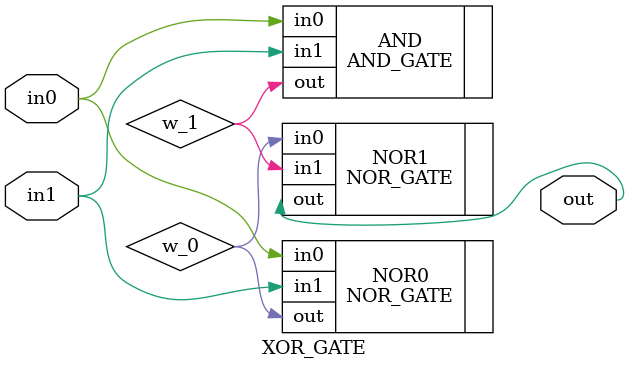
<source format=v>
module XOR_GATE(
     input wire       in0,
     input wire       in1,
     output wire       out
);
    wire w_0;
    wire w_1;
    
    NOR_GATE NOR0(
        .in0    (in0    ),
        .in1    (in1    ),
        .out    (w_0    )
    );

    AND_GATE AND(
        .in0    (in0    ),
        .in1    (in1    ),
        .out    (w_1    )
    );
    NOR_GATE NOR1(
        .in0    (w_0    ),
        .in1    (w_1    ),
        .out    (out    )
    );

    
endmodule

</source>
